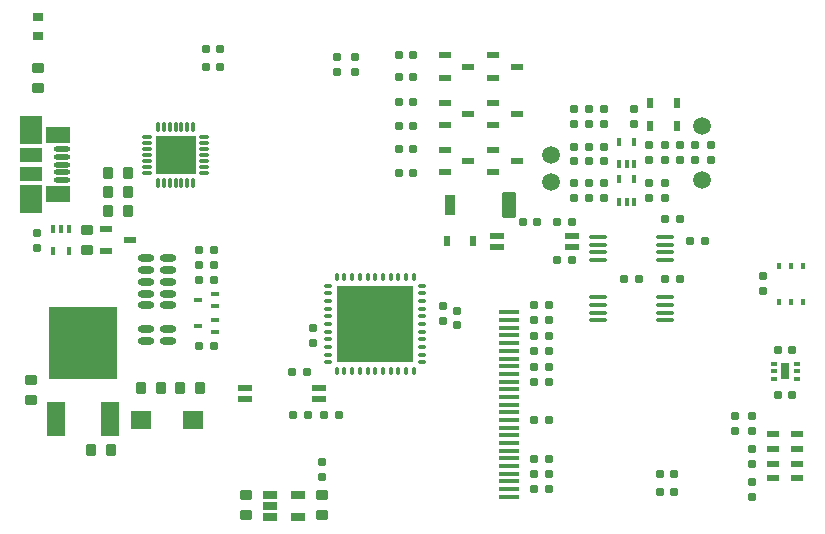
<source format=gtp>
%FSLAX44Y44*%
%MOMM*%
G71*
G01*
G75*
G04 Layer_Color=8421504*
%ADD10C,0.3000*%
%ADD11C,0.2000*%
%ADD12C,0.5000*%
%ADD13C,0.2540*%
%ADD14C,1.5000*%
G04:AMPARAMS|DCode=15|XSize=0.7mm|YSize=0.75mm|CornerRadius=0.175mm|HoleSize=0mm|Usage=FLASHONLY|Rotation=180.000|XOffset=0mm|YOffset=0mm|HoleType=Round|Shape=RoundedRectangle|*
%AMROUNDEDRECTD15*
21,1,0.7000,0.4000,0,0,180.0*
21,1,0.3500,0.7500,0,0,180.0*
1,1,0.3500,-0.1750,0.2000*
1,1,0.3500,0.1750,0.2000*
1,1,0.3500,0.1750,-0.2000*
1,1,0.3500,-0.1750,-0.2000*
%
%ADD15ROUNDEDRECTD15*%
%ADD16R,0.4000X0.6500*%
%ADD17R,0.6300X0.8300*%
%ADD18R,1.1000X0.6000*%
%ADD19O,1.8000X0.4000*%
G04:AMPARAMS|DCode=20|XSize=0.7mm|YSize=0.75mm|CornerRadius=0.175mm|HoleSize=0mm|Usage=FLASHONLY|Rotation=270.000|XOffset=0mm|YOffset=0mm|HoleType=Round|Shape=RoundedRectangle|*
%AMROUNDEDRECTD20*
21,1,0.7000,0.4000,0,0,270.0*
21,1,0.3500,0.7500,0,0,270.0*
1,1,0.3500,-0.2000,-0.1750*
1,1,0.3500,-0.2000,0.1750*
1,1,0.3500,0.2000,0.1750*
1,1,0.3500,0.2000,-0.1750*
%
%ADD20ROUNDEDRECTD20*%
%ADD21O,1.5500X0.3500*%
%ADD22R,1.2000X0.6000*%
G04:AMPARAMS|DCode=23|XSize=1.2mm|YSize=2.2mm|CornerRadius=0.15mm|HoleSize=0mm|Usage=FLASHONLY|Rotation=180.000|XOffset=0mm|YOffset=0mm|HoleType=Round|Shape=RoundedRectangle|*
%AMROUNDEDRECTD23*
21,1,1.2000,1.9000,0,0,180.0*
21,1,0.9000,2.2000,0,0,180.0*
1,1,0.3000,-0.4500,0.9500*
1,1,0.3000,0.4500,0.9500*
1,1,0.3000,0.4500,-0.9500*
1,1,0.3000,-0.4500,-0.9500*
%
%ADD23ROUNDEDRECTD23*%
G04:AMPARAMS|DCode=24|XSize=0.9mm|YSize=1.7mm|CornerRadius=0.1125mm|HoleSize=0mm|Usage=FLASHONLY|Rotation=180.000|XOffset=0mm|YOffset=0mm|HoleType=Round|Shape=RoundedRectangle|*
%AMROUNDEDRECTD24*
21,1,0.9000,1.4750,0,0,180.0*
21,1,0.6750,1.7000,0,0,180.0*
1,1,0.2250,-0.3375,0.7375*
1,1,0.2250,0.3375,0.7375*
1,1,0.2250,0.3375,-0.7375*
1,1,0.2250,-0.3375,-0.7375*
%
%ADD24ROUNDEDRECTD24*%
%ADD25R,0.9000X0.8000*%
G04:AMPARAMS|DCode=26|XSize=1mm|YSize=0.9mm|CornerRadius=0.225mm|HoleSize=0mm|Usage=FLASHONLY|Rotation=180.000|XOffset=0mm|YOffset=0mm|HoleType=Round|Shape=RoundedRectangle|*
%AMROUNDEDRECTD26*
21,1,1.0000,0.4500,0,0,180.0*
21,1,0.5500,0.9000,0,0,180.0*
1,1,0.4500,-0.2750,0.2250*
1,1,0.4500,0.2750,0.2250*
1,1,0.4500,0.2750,-0.2250*
1,1,0.4500,-0.2750,-0.2250*
%
%ADD26ROUNDEDRECTD26*%
%ADD27O,0.9000X0.3000*%
%ADD28O,0.3000X0.9000*%
%ADD29R,3.4000X3.3000*%
G04:AMPARAMS|DCode=30|XSize=1mm|YSize=0.9mm|CornerRadius=0.225mm|HoleSize=0mm|Usage=FLASHONLY|Rotation=270.000|XOffset=0mm|YOffset=0mm|HoleType=Round|Shape=RoundedRectangle|*
%AMROUNDEDRECTD30*
21,1,1.0000,0.4500,0,0,270.0*
21,1,0.5500,0.9000,0,0,270.0*
1,1,0.4500,-0.2250,-0.2750*
1,1,0.4500,-0.2250,0.2750*
1,1,0.4500,0.2250,0.2750*
1,1,0.4500,0.2250,-0.2750*
%
%ADD30ROUNDEDRECTD30*%
%ADD31R,1.9000X1.1750*%
%ADD32R,1.9000X2.3750*%
%ADD33O,1.3800X0.4500*%
%ADD34R,2.1000X1.3750*%
%ADD35C,1.0000*%
%ADD36R,0.8000X0.4000*%
%ADD37R,1.6000X3.0000*%
%ADD38R,5.8000X6.2000*%
%ADD39R,1.7000X1.6000*%
%ADD40O,0.8000X0.3500*%
%ADD41O,0.3500X0.8000*%
%ADD42R,6.4000X6.4000*%
%ADD43R,1.3000X0.7000*%
G04:AMPARAMS|DCode=44|XSize=0.55mm|YSize=0.95mm|CornerRadius=0.0688mm|HoleSize=0mm|Usage=FLASHONLY|Rotation=270.000|XOffset=0mm|YOffset=0mm|HoleType=Round|Shape=RoundedRectangle|*
%AMROUNDEDRECTD44*
21,1,0.5500,0.8125,0,0,270.0*
21,1,0.4125,0.9500,0,0,270.0*
1,1,0.1375,-0.4063,-0.2062*
1,1,0.1375,-0.4063,0.2062*
1,1,0.1375,0.4063,0.2062*
1,1,0.1375,0.4063,-0.2062*
%
%ADD44ROUNDEDRECTD44*%
%ADD45R,0.4500X0.6000*%
G04:AMPARAMS|DCode=46|XSize=0.55mm|YSize=0.3mm|CornerRadius=0.0375mm|HoleSize=0mm|Usage=FLASHONLY|Rotation=180.000|XOffset=0mm|YOffset=0mm|HoleType=Round|Shape=RoundedRectangle|*
%AMROUNDEDRECTD46*
21,1,0.5500,0.2250,0,0,180.0*
21,1,0.4750,0.3000,0,0,180.0*
1,1,0.0750,-0.2375,0.1125*
1,1,0.0750,0.2375,0.1125*
1,1,0.0750,0.2375,-0.1125*
1,1,0.0750,-0.2375,-0.1125*
%
%ADD46ROUNDEDRECTD46*%
%ADD47R,0.6500X1.3500*%
%ADD48O,1.4000X0.6000*%
%ADD49C,0.4000*%
%ADD50C,0.6000*%
%ADD51C,0.6300*%
%ADD52C,0.4500*%
%ADD53C,1.0000*%
%ADD54C,0.8000*%
%ADD55C,0.3500*%
%ADD56C,0.7000*%
%ADD57C,1.6000*%
%ADD58R,1.6000X1.6000*%
%ADD59C,0.8890*%
%ADD60C,0.8000*%
%ADD61R,1.6000X1.6000*%
%ADD62O,4.5000X2.0000*%
%ADD63O,2.0000X4.5000*%
%ADD64C,1.2000*%
%ADD65C,3.1750*%
%ADD66C,2.0000*%
%ADD67C,0.5000*%
%ADD68C,0.6600*%
%ADD69C,0.7874*%
D14*
X583000Y414000D02*
D03*
Y368000D02*
D03*
X455000Y389000D02*
D03*
Y366000D02*
D03*
D15*
X551000Y365250D02*
D03*
Y352750D02*
D03*
X538000Y365250D02*
D03*
Y352750D02*
D03*
X500000Y352750D02*
D03*
Y365250D02*
D03*
X500000Y396250D02*
D03*
Y383750D02*
D03*
X590000Y397250D02*
D03*
Y384750D02*
D03*
X577000D02*
D03*
Y397250D02*
D03*
X564000Y384750D02*
D03*
Y397250D02*
D03*
X551000D02*
D03*
Y384750D02*
D03*
X538000Y397250D02*
D03*
Y384750D02*
D03*
X500000Y415750D02*
D03*
Y428250D02*
D03*
X474000D02*
D03*
Y415750D02*
D03*
X487000Y428250D02*
D03*
Y415750D02*
D03*
Y383750D02*
D03*
Y396250D02*
D03*
X474000Y383750D02*
D03*
Y396250D02*
D03*
X474000Y365250D02*
D03*
Y352750D02*
D03*
X487000D02*
D03*
Y365250D02*
D03*
X525000Y428250D02*
D03*
Y415750D02*
D03*
X20000Y310750D02*
D03*
Y323250D02*
D03*
X274000Y459750D02*
D03*
Y472250D02*
D03*
X289000Y459750D02*
D03*
Y472250D02*
D03*
X253000Y242250D02*
D03*
Y229750D02*
D03*
X261000Y116750D02*
D03*
Y129250D02*
D03*
X363000Y261250D02*
D03*
Y248750D02*
D03*
X375000Y244750D02*
D03*
Y257250D02*
D03*
X625000Y140250D02*
D03*
Y127750D02*
D03*
Y112250D02*
D03*
Y99750D02*
D03*
X611000Y168250D02*
D03*
Y155750D02*
D03*
X625000D02*
D03*
Y168250D02*
D03*
X634000Y286250D02*
D03*
Y273750D02*
D03*
D16*
X512500Y349500D02*
D03*
X519000D02*
D03*
X525500D02*
D03*
Y368500D02*
D03*
X512500D02*
D03*
Y381500D02*
D03*
X519000D02*
D03*
X525500D02*
D03*
Y400500D02*
D03*
X512500D02*
D03*
X46500Y326500D02*
D03*
X40000D02*
D03*
X33500D02*
D03*
Y307500D02*
D03*
X46500D02*
D03*
D17*
X561150Y433000D02*
D03*
X538850D02*
D03*
X538850Y414000D02*
D03*
X561150D02*
D03*
X366850Y316000D02*
D03*
X389150D02*
D03*
D18*
X426000Y384000D02*
D03*
X406000Y374500D02*
D03*
Y393500D02*
D03*
X385000Y384000D02*
D03*
X365000Y374500D02*
D03*
Y393500D02*
D03*
X426000Y424000D02*
D03*
X406000Y414500D02*
D03*
Y433500D02*
D03*
X385000Y424000D02*
D03*
X365000Y414500D02*
D03*
Y433500D02*
D03*
X385000Y464000D02*
D03*
X365000Y454500D02*
D03*
Y473500D02*
D03*
X426000Y464000D02*
D03*
X406000Y454500D02*
D03*
Y473500D02*
D03*
X78000Y326500D02*
D03*
Y307500D02*
D03*
X98000Y317000D02*
D03*
D19*
X419100Y99800D02*
D03*
Y106300D02*
D03*
Y112800D02*
D03*
Y119300D02*
D03*
Y125800D02*
D03*
Y132300D02*
D03*
Y138800D02*
D03*
Y145300D02*
D03*
Y151800D02*
D03*
Y158300D02*
D03*
Y164800D02*
D03*
Y171300D02*
D03*
Y177800D02*
D03*
Y184300D02*
D03*
Y190800D02*
D03*
Y197300D02*
D03*
Y203800D02*
D03*
Y210300D02*
D03*
Y216800D02*
D03*
Y223300D02*
D03*
Y229800D02*
D03*
Y236300D02*
D03*
Y242800D02*
D03*
Y249300D02*
D03*
Y255800D02*
D03*
D20*
X459750Y300000D02*
D03*
X472250D02*
D03*
Y332000D02*
D03*
X459750D02*
D03*
X551750Y335000D02*
D03*
X564250D02*
D03*
X551750Y284000D02*
D03*
X564250D02*
D03*
X443250Y332000D02*
D03*
X430750D02*
D03*
X572750Y316000D02*
D03*
X585250D02*
D03*
X529250Y284000D02*
D03*
X516750D02*
D03*
X275250Y169000D02*
D03*
X262750D02*
D03*
X162500Y463750D02*
D03*
X175000D02*
D03*
X162500Y479250D02*
D03*
X175000D02*
D03*
X169250Y309000D02*
D03*
X156750D02*
D03*
Y296000D02*
D03*
X169250D02*
D03*
Y283000D02*
D03*
X156750D02*
D03*
X169250Y227000D02*
D03*
X156750D02*
D03*
X338250Y434000D02*
D03*
X325750D02*
D03*
X338250Y455000D02*
D03*
X325750D02*
D03*
X338250Y414000D02*
D03*
X325750D02*
D03*
X338250Y394000D02*
D03*
X325750D02*
D03*
X338250Y374000D02*
D03*
X325750D02*
D03*
X338250Y474000D02*
D03*
X325750D02*
D03*
X248250Y205000D02*
D03*
X235750D02*
D03*
X236257Y169000D02*
D03*
X248757D02*
D03*
X546750Y119000D02*
D03*
X559250D02*
D03*
X546750Y104000D02*
D03*
X559250D02*
D03*
X440750Y132000D02*
D03*
X453250D02*
D03*
Y119000D02*
D03*
X440750D02*
D03*
X453250Y106000D02*
D03*
X440750D02*
D03*
Y165000D02*
D03*
X453250D02*
D03*
X440750Y197000D02*
D03*
X453250D02*
D03*
Y210000D02*
D03*
X440750D02*
D03*
Y223000D02*
D03*
X453250D02*
D03*
Y249000D02*
D03*
X440750D02*
D03*
X453250Y236000D02*
D03*
X440750D02*
D03*
Y262000D02*
D03*
X453250D02*
D03*
X659250Y186000D02*
D03*
X646750D02*
D03*
X659250Y224000D02*
D03*
X646750D02*
D03*
D21*
X494250Y319750D02*
D03*
Y313250D02*
D03*
Y306750D02*
D03*
Y300250D02*
D03*
X551750Y319750D02*
D03*
Y313250D02*
D03*
Y306750D02*
D03*
Y300250D02*
D03*
X494250Y268750D02*
D03*
Y262250D02*
D03*
Y255750D02*
D03*
Y249250D02*
D03*
X551750Y268750D02*
D03*
Y262250D02*
D03*
Y255750D02*
D03*
Y249250D02*
D03*
D22*
X409500Y311500D02*
D03*
Y320500D02*
D03*
X472500D02*
D03*
Y311500D02*
D03*
X195500Y182500D02*
D03*
Y191500D02*
D03*
X258500D02*
D03*
Y182500D02*
D03*
D23*
X419000Y347000D02*
D03*
D24*
X369000D02*
D03*
D25*
X20320Y506090D02*
D03*
Y489590D02*
D03*
D26*
Y446160D02*
D03*
Y463160D02*
D03*
X62000Y308500D02*
D03*
Y325500D02*
D03*
X15000Y181500D02*
D03*
Y198500D02*
D03*
X197000Y84500D02*
D03*
Y101500D02*
D03*
X261000D02*
D03*
Y84500D02*
D03*
D27*
X113000Y404000D02*
D03*
Y399000D02*
D03*
Y394000D02*
D03*
Y389000D02*
D03*
Y384000D02*
D03*
Y379000D02*
D03*
Y374000D02*
D03*
X161000D02*
D03*
Y379000D02*
D03*
Y384000D02*
D03*
Y389000D02*
D03*
Y394000D02*
D03*
Y399000D02*
D03*
Y404000D02*
D03*
D28*
X122000Y365000D02*
D03*
X127000D02*
D03*
X132000D02*
D03*
X137000D02*
D03*
X142000D02*
D03*
X147000D02*
D03*
X152000D02*
D03*
Y413000D02*
D03*
X147000D02*
D03*
X142000D02*
D03*
X137000D02*
D03*
X132000D02*
D03*
X127000D02*
D03*
X122000D02*
D03*
D29*
X137000Y389000D02*
D03*
D30*
X79500Y374000D02*
D03*
X96500D02*
D03*
X79500Y358000D02*
D03*
X96500D02*
D03*
Y342000D02*
D03*
X79500D02*
D03*
X124500Y192000D02*
D03*
X107500D02*
D03*
X157500D02*
D03*
X140500D02*
D03*
X65160Y139700D02*
D03*
X82160D02*
D03*
D31*
X14478Y389000D02*
D03*
Y373000D02*
D03*
D32*
Y410000D02*
D03*
Y352000D02*
D03*
D33*
X40478Y381000D02*
D03*
Y387500D02*
D03*
Y368000D02*
D03*
Y374500D02*
D03*
Y394000D02*
D03*
D34*
X37478Y406000D02*
D03*
Y356000D02*
D03*
D36*
X156000Y266000D02*
D03*
X170000Y271000D02*
D03*
Y261000D02*
D03*
X156000Y244000D02*
D03*
X170000Y249000D02*
D03*
Y239000D02*
D03*
D37*
X35520Y165240D02*
D03*
X81320D02*
D03*
D38*
X58420Y229740D02*
D03*
D39*
X151540Y165100D02*
D03*
X107540D02*
D03*
D40*
X346000Y213500D02*
D03*
Y220000D02*
D03*
Y226500D02*
D03*
Y233000D02*
D03*
Y239500D02*
D03*
Y246000D02*
D03*
Y252500D02*
D03*
Y259000D02*
D03*
Y265500D02*
D03*
Y272000D02*
D03*
Y278500D02*
D03*
X266000D02*
D03*
Y272000D02*
D03*
Y265500D02*
D03*
Y259000D02*
D03*
Y252500D02*
D03*
Y246000D02*
D03*
Y239500D02*
D03*
Y233000D02*
D03*
Y226500D02*
D03*
Y220000D02*
D03*
Y213500D02*
D03*
D41*
X338500Y286000D02*
D03*
X332000D02*
D03*
X325500D02*
D03*
X319000D02*
D03*
X312500D02*
D03*
X306000D02*
D03*
X299500D02*
D03*
X293000D02*
D03*
X286500D02*
D03*
X280000D02*
D03*
X273500D02*
D03*
Y206000D02*
D03*
X280000D02*
D03*
X286500D02*
D03*
X293000D02*
D03*
X299500D02*
D03*
X306000D02*
D03*
X312500D02*
D03*
X319000D02*
D03*
X325500D02*
D03*
X332000D02*
D03*
X338500D02*
D03*
D42*
X306000Y246000D02*
D03*
D43*
X217000Y101500D02*
D03*
Y92000D02*
D03*
Y82500D02*
D03*
X241000D02*
D03*
Y101500D02*
D03*
D44*
X643000Y152750D02*
D03*
Y140250D02*
D03*
Y127500D02*
D03*
Y115250D02*
D03*
X663000Y152750D02*
D03*
Y140500D02*
D03*
X663000Y127500D02*
D03*
Y115250D02*
D03*
D45*
X648000Y295500D02*
D03*
X658000D02*
D03*
X668000D02*
D03*
Y264500D02*
D03*
X658000D02*
D03*
X648000D02*
D03*
D46*
X662750Y212500D02*
D03*
X643250D02*
D03*
Y206000D02*
D03*
Y199500D02*
D03*
X662750D02*
D03*
Y206000D02*
D03*
D47*
X653000D02*
D03*
D48*
X111700Y281700D02*
D03*
Y291700D02*
D03*
Y301700D02*
D03*
Y271700D02*
D03*
Y261700D02*
D03*
Y241700D02*
D03*
Y231700D02*
D03*
X130940D02*
D03*
Y241700D02*
D03*
Y261700D02*
D03*
Y271700D02*
D03*
Y281700D02*
D03*
Y291700D02*
D03*
Y301700D02*
D03*
M02*

</source>
